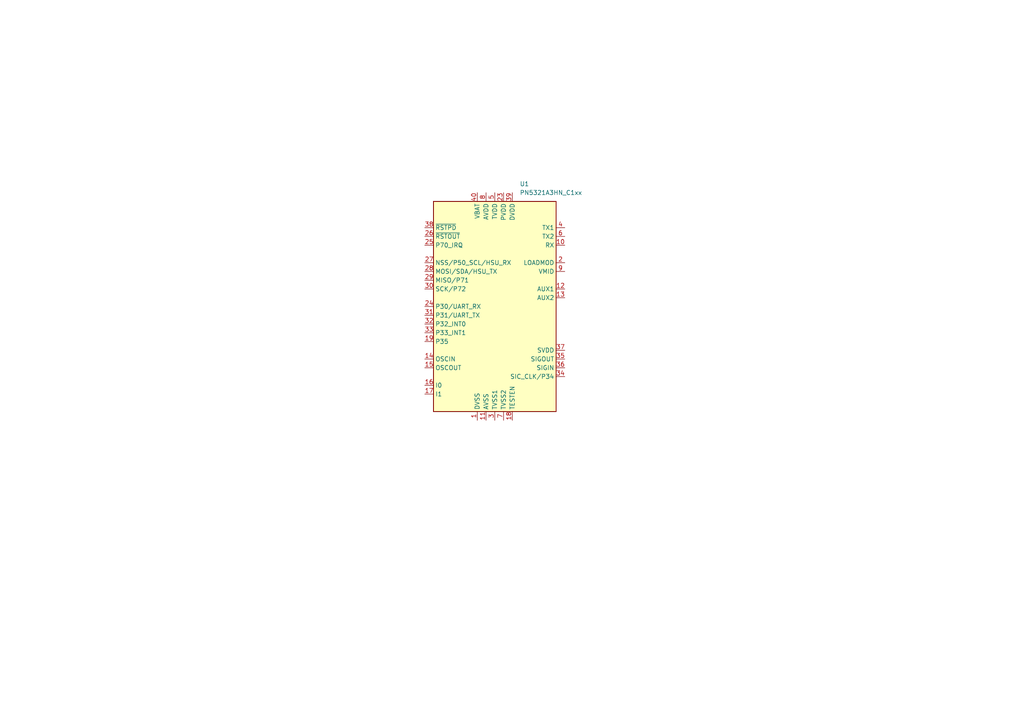
<source format=kicad_sch>
(kicad_sch (version 20250114) (generator "eeschema") (generator_version "9.0")
  (paper "A4")
  (lib_symbols
    (symbol "RF_NFC:PN5321A3HN_C1xx"
      (property "Reference" "U" (at -15.24 31.75 0))
      (property "Value" "PN5321A3HN_C1xx" (at 15.24 31.75 0))
      (symbol "PN5321A3HN_C1xx_0_1"
        (rectangle (start -17.78 30.48) (end 17.78 -30.48) (stroke (width 0.254)) (fill (type background)))
      )
      (symbol "PN5321A3HN_C1xx_1_1"
        (pin input line (at -20.32 22.86 0) (length 2.54) (name "~{RSTPD}") (number "38"))
        (pin output line (at -20.32 20.32 0) (length 2.54) (name "~{RSTOUT}") (number "26"))
        (pin bidirectional line (at -20.32 17.78 0) (length 2.54) (name "P70_IRQ") (number "25"))
        (pin bidirectional line (at -20.32 12.7 0) (length 2.54) (name "NSS/P50_SCL/HSU_RX") (number "27"))
        (pin bidirectional line (at -20.32 10.16 0) (length 2.54) (name "MOSI/SDA/HSU_TX") (number "28"))
        (pin bidirectional line (at -20.32 7.62 0) (length 2.54) (name "MISO/P71") (number "29"))
        (pin bidirectional line (at -20.32 5.08 0) (length 2.54) (name "SCK/P72") (number "30"))
        (pin bidirectional line (at -20.32 0 0) (length 2.54) (name "P30/UART_RX") (number "24"))
        (pin bidirectional line (at -20.32 -2.54 0) (length 2.54) (name "P31/UART_TX") (number "31"))
        (pin bidirectional line (at -20.32 -5.08 0) (length 2.54) (name "P32_INT0") (number "32"))
        (pin bidirectional line (at -20.32 -7.62 0) (length 2.54) (name "P33_INT1") (number "33"))
        (pin bidirectional line (at -20.32 -10.16 0) (length 2.54) (name "P35") (number "19"))
        (pin input line (at -20.32 -15.24 0) (length 2.54) (name "OSCIN") (number "14"))
        (pin output line (at -20.32 -17.78 0) (length 2.54) (name "OSCOUT") (number "15"))
        (pin passive line (at -20.32 -22.86 0) (length 2.54) (name "I0") (number "16"))
        (pin passive line (at -20.32 -25.4 0) (length 2.54) (name "I1") (number "17"))
        (pin power_in line (at -5.08 33.02 270) (length 2.54) (name "VBAT") (number "40"))
        (pin power_in line (at -5.08 -33.02 90) (length 2.54) (name "DVSS") (number "1"))
        (pin power_in line (at -2.54 33.02 270) (length 2.54) (name "AVDD") (number "8"))
        (pin power_in line (at -2.54 -33.02 90) (length 2.54) (name "AVSS") (number "11"))
        (pin passive line (at -2.54 -33.02 90) (length 2.54) (hide yes) (name "AVSS") (number "41"))
        (pin power_in line (at 0 33.02 270) (length 2.54) (name "TVDD") (number "5"))
        (pin power_in line (at 0 -33.02 90) (length 2.54) (name "TVSS1") (number "3"))
        (pin power_in line (at 2.54 33.02 270) (length 2.54) (name "PVDD") (number "23"))
        (pin power_in line (at 2.54 -33.02 90) (length 2.54) (name "TVSS2") (number "7"))
        (pin power_out line (at 5.08 33.02 270) (length 2.54) (name "DVDD") (number "39"))
        (pin passive line (at 5.08 -33.02 90) (length 2.54) (name "TESTEN") (number "18"))
        (pin no_connect line (at 17.78 -2.54 180) (length 2.54) (hide yes) (name "N.C.") (number "20"))
        (pin no_connect line (at 17.78 -5.08 180) (length 2.54) (hide yes) (name "N.C.") (number "21"))
        (pin no_connect line (at 17.78 -7.62 180) (length 2.54) (hide yes) (name "N.C.") (number "22"))
        (pin output line (at 20.32 22.86 180) (length 2.54) (name "TX1") (number "4"))
        (pin output line (at 20.32 20.32 180) (length 2.54) (name "TX2") (number "6"))
        (pin input line (at 20.32 17.78 180) (length 2.54) (name "RX") (number "10"))
        (pin output line (at 20.32 12.7 180) (length 2.54) (name "LOADMOD") (number "2"))
        (pin output line (at 20.32 10.16 180) (length 2.54) (name "VMID") (number "9"))
        (pin output line (at 20.32 5.08 180) (length 2.54) (name "AUX1") (number "12"))
        (pin output line (at 20.32 2.54 180) (length 2.54) (name "AUX2") (number "13"))
        (pin output line (at 20.32 -12.7 180) (length 2.54) (name "SVDD") (number "37"))
        (pin output line (at 20.32 -15.24 180) (length 2.54) (name "SIGOUT") (number "35"))
        (pin input line (at 20.32 -17.78 180) (length 2.54) (name "SIGIN") (number "36"))
        (pin bidirectional line (at 20.32 -20.32 180) (length 2.54) (name "SIC_CLK/P34") (number "34"))
      )
    )
  )
  (symbol (lib_id "RF_NFC:PN5321A3HN_C1xx") (at 143.51 88.9 0) (unit 1)
    (property "Reference" "U1" (at 150.7333 53.34 0) (effects (justify left)))
    (property "Value" "PN5321A3HN_C1xx" (at 150.7333 55.88 0) (effects (justify left)))
    (property "Footprint" "Package_DFN_QFN:HVQFN-40-1EP_6x6mm_P0.5mm_EP4.1x4.1mm" (effects (hide yes)))
    (property "Datasheet" "https://www.nxp.com/docs/en/nxp/data-sheets/PN532_C1.pdf" (effects (hide yes)))
    (property "Description" "Near Field Communication (NFC) controller, QFN-40" (effects (hide yes)))
  )
)
</source>
